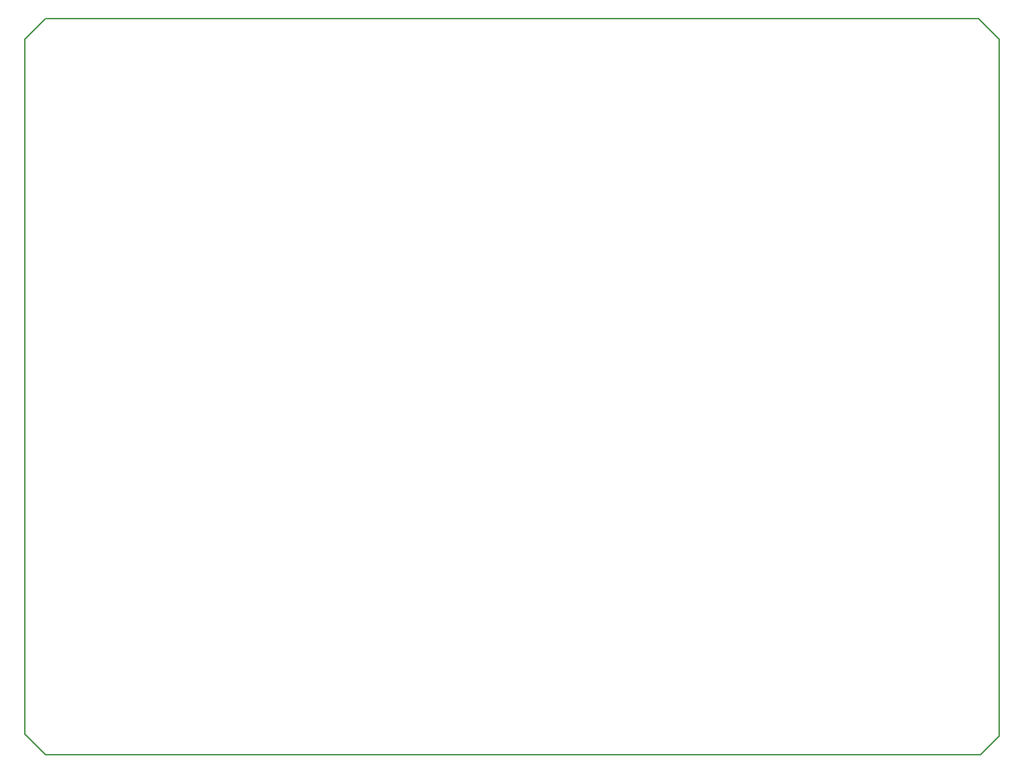
<source format=gbr>
G04 #@! TF.FileFunction,Profile,NP*
%FSLAX46Y46*%
G04 Gerber Fmt 4.6, Leading zero omitted, Abs format (unit mm)*
G04 Created by KiCad (PCBNEW 4.0.2-4+6225~38~ubuntu15.10.1-stable) date vie 04 mar 2016 15:33:29 CET*
%MOMM*%
G01*
G04 APERTURE LIST*
%ADD10C,0.100000*%
%ADD11C,0.150000*%
G04 APERTURE END LIST*
D10*
D11*
X203200000Y-53340000D02*
X202946000Y-53340000D01*
X202946000Y-53340000D02*
X197866000Y-53340000D01*
X205740000Y-55880000D02*
X205740000Y-61468000D01*
X203200000Y-53340000D02*
X205740000Y-55880000D01*
X203454000Y-143764000D02*
X202692000Y-143764000D01*
X205740000Y-141478000D02*
X205740000Y-140970000D01*
X203454000Y-143764000D02*
X205740000Y-141478000D01*
X86106000Y-141224000D02*
X86106000Y-140716000D01*
X88646000Y-143764000D02*
X89408000Y-143764000D01*
X86106000Y-141224000D02*
X88646000Y-143764000D01*
X86106000Y-140716000D02*
X86106000Y-131572000D01*
X100076000Y-143764000D02*
X89154000Y-143764000D01*
X89916000Y-53340000D02*
X88646000Y-53340000D01*
X88646000Y-53340000D02*
X86106000Y-55880000D01*
X197866000Y-53340000D02*
X89916000Y-53340000D01*
X205740000Y-140970000D02*
X205740000Y-61214000D01*
X100076000Y-143764000D02*
X202946000Y-143764000D01*
X86106000Y-55880000D02*
X86106000Y-131572000D01*
M02*

</source>
